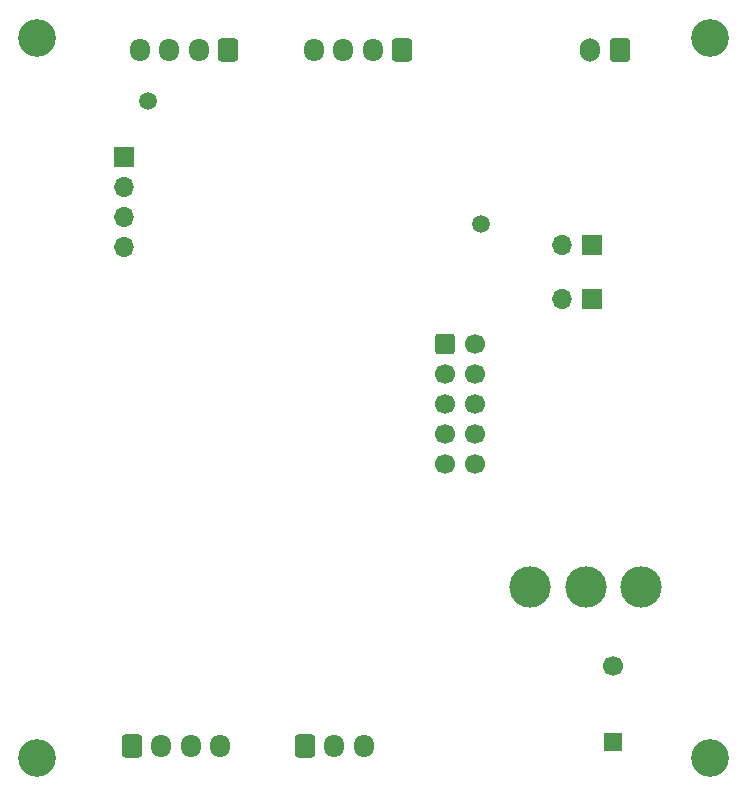
<source format=gbr>
%TF.GenerationSoftware,KiCad,Pcbnew,8.0.1*%
%TF.CreationDate,2024-07-04T14:35:51+02:00*%
%TF.ProjectId,Robuoy-Top,526f6275-6f79-42d5-946f-702e6b696361,rev?*%
%TF.SameCoordinates,Original*%
%TF.FileFunction,Soldermask,Bot*%
%TF.FilePolarity,Negative*%
%FSLAX46Y46*%
G04 Gerber Fmt 4.6, Leading zero omitted, Abs format (unit mm)*
G04 Created by KiCad (PCBNEW 8.0.1) date 2024-07-04 14:35:51*
%MOMM*%
%LPD*%
G01*
G04 APERTURE LIST*
G04 Aperture macros list*
%AMRoundRect*
0 Rectangle with rounded corners*
0 $1 Rounding radius*
0 $2 $3 $4 $5 $6 $7 $8 $9 X,Y pos of 4 corners*
0 Add a 4 corners polygon primitive as box body*
4,1,4,$2,$3,$4,$5,$6,$7,$8,$9,$2,$3,0*
0 Add four circle primitives for the rounded corners*
1,1,$1+$1,$2,$3*
1,1,$1+$1,$4,$5*
1,1,$1+$1,$6,$7*
1,1,$1+$1,$8,$9*
0 Add four rect primitives between the rounded corners*
20,1,$1+$1,$2,$3,$4,$5,0*
20,1,$1+$1,$4,$5,$6,$7,0*
20,1,$1+$1,$6,$7,$8,$9,0*
20,1,$1+$1,$8,$9,$2,$3,0*%
G04 Aperture macros list end*
%ADD10C,3.200000*%
%ADD11RoundRect,0.250000X-0.600000X-0.725000X0.600000X-0.725000X0.600000X0.725000X-0.600000X0.725000X0*%
%ADD12O,1.700000X1.950000*%
%ADD13RoundRect,0.250000X0.600000X0.725000X-0.600000X0.725000X-0.600000X-0.725000X0.600000X-0.725000X0*%
%ADD14R,1.700000X1.700000*%
%ADD15O,1.700000X1.700000*%
%ADD16C,1.500000*%
%ADD17C,3.500000*%
%ADD18R,1.650000X1.650000*%
%ADD19C,1.700000*%
%ADD20RoundRect,0.250000X0.600000X0.750000X-0.600000X0.750000X-0.600000X-0.750000X0.600000X-0.750000X0*%
%ADD21O,1.700000X2.000000*%
%ADD22RoundRect,0.250000X-0.600000X-0.600000X0.600000X-0.600000X0.600000X0.600000X-0.600000X0.600000X0*%
G04 APERTURE END LIST*
D10*
%TO.C,H403*%
X18000000Y-110000000D03*
%TD*%
D11*
%TO.C,J103*%
X40700000Y-109000000D03*
D12*
X43200000Y-109000000D03*
X45700000Y-109000000D03*
%TD*%
D13*
%TO.C,J104*%
X34230000Y-50055000D03*
D12*
X31730000Y-50055000D03*
X29230000Y-50055000D03*
X26730000Y-50055000D03*
%TD*%
D14*
%TO.C,SW102*%
X65024000Y-66548000D03*
D15*
X62484000Y-66548000D03*
%TD*%
D10*
%TO.C,H402*%
X75000000Y-49000000D03*
%TD*%
D16*
%TO.C,TP208*%
X55626000Y-64770000D03*
%TD*%
D17*
%TO.C,SW201*%
X59800000Y-95500000D03*
X64500000Y-95500000D03*
X69200000Y-95500000D03*
%TD*%
D10*
%TO.C,H401*%
X75000000Y-110000000D03*
%TD*%
D13*
%TO.C,J201*%
X48962000Y-50055000D03*
D12*
X46462000Y-50055000D03*
X43962000Y-50055000D03*
X41462000Y-50055000D03*
%TD*%
D14*
%TO.C,SW101*%
X65024000Y-71120000D03*
D15*
X62484000Y-71120000D03*
%TD*%
D10*
%TO.C,H404*%
X18000000Y-49000000D03*
%TD*%
D16*
%TO.C,TP202*%
X27432000Y-54356000D03*
%TD*%
D18*
%TO.C,BZ101*%
X66802000Y-108660000D03*
D19*
X66802000Y-102160000D03*
%TD*%
D14*
%TO.C,J105*%
X25425000Y-59065000D03*
D15*
X25425000Y-61605000D03*
X25425000Y-64145000D03*
X25425000Y-66685000D03*
%TD*%
D20*
%TO.C,J202*%
X67350000Y-50025000D03*
D21*
X64850000Y-50025000D03*
%TD*%
D11*
%TO.C,J102*%
X26035000Y-109000000D03*
D12*
X28535000Y-109000000D03*
X31035000Y-109000000D03*
X33535000Y-109000000D03*
%TD*%
D22*
%TO.C,J101*%
X52587500Y-74930000D03*
D19*
X55127500Y-74930000D03*
X52587500Y-77470000D03*
X55127500Y-77470000D03*
X52587500Y-80010000D03*
X55127500Y-80010000D03*
X52587500Y-82550000D03*
X55127500Y-82550000D03*
X52587500Y-85090000D03*
X55127500Y-85090000D03*
%TD*%
M02*

</source>
